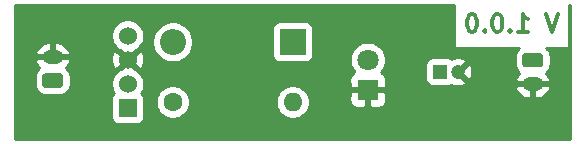
<source format=gbl>
G04 #@! TF.GenerationSoftware,KiCad,Pcbnew,(5.1.5)-3*
G04 #@! TF.CreationDate,2020-05-09T19:05:57+01:00*
G04 #@! TF.ProjectId,gardenlight,67617264-656e-46c6-9967-68742e6b6963,1.0.0*
G04 #@! TF.SameCoordinates,Original*
G04 #@! TF.FileFunction,Copper,L2,Bot*
G04 #@! TF.FilePolarity,Positive*
%FSLAX46Y46*%
G04 Gerber Fmt 4.6, Leading zero omitted, Abs format (unit mm)*
G04 Created by KiCad (PCBNEW (5.1.5)-3) date 2020-05-09 19:05:57*
%MOMM*%
%LPD*%
G04 APERTURE LIST*
%ADD10C,0.300000*%
%ADD11O,1.750000X1.200000*%
%ADD12C,0.100000*%
%ADD13R,1.200000X1.200000*%
%ADD14C,1.200000*%
%ADD15R,2.200000X2.200000*%
%ADD16O,2.200000X2.200000*%
%ADD17R,1.800000X1.800000*%
%ADD18C,1.800000*%
%ADD19C,1.600000*%
%ADD20O,1.600000X1.600000*%
%ADD21R,1.524000X1.524000*%
%ADD22C,1.524000*%
%ADD23C,0.254000*%
G04 APERTURE END LIST*
D10*
X143120571Y-81474571D02*
X142620571Y-82974571D01*
X142120571Y-81474571D01*
X139692000Y-82974571D02*
X140549142Y-82974571D01*
X140120571Y-82974571D02*
X140120571Y-81474571D01*
X140263428Y-81688857D01*
X140406285Y-81831714D01*
X140549142Y-81903142D01*
X139049142Y-82831714D02*
X138977714Y-82903142D01*
X139049142Y-82974571D01*
X139120571Y-82903142D01*
X139049142Y-82831714D01*
X139049142Y-82974571D01*
X138049142Y-81474571D02*
X137906285Y-81474571D01*
X137763428Y-81546000D01*
X137692000Y-81617428D01*
X137620571Y-81760285D01*
X137549142Y-82046000D01*
X137549142Y-82403142D01*
X137620571Y-82688857D01*
X137692000Y-82831714D01*
X137763428Y-82903142D01*
X137906285Y-82974571D01*
X138049142Y-82974571D01*
X138192000Y-82903142D01*
X138263428Y-82831714D01*
X138334857Y-82688857D01*
X138406285Y-82403142D01*
X138406285Y-82046000D01*
X138334857Y-81760285D01*
X138263428Y-81617428D01*
X138192000Y-81546000D01*
X138049142Y-81474571D01*
X136906285Y-82831714D02*
X136834857Y-82903142D01*
X136906285Y-82974571D01*
X136977714Y-82903142D01*
X136906285Y-82831714D01*
X136906285Y-82974571D01*
X135906285Y-81474571D02*
X135763428Y-81474571D01*
X135620571Y-81546000D01*
X135549142Y-81617428D01*
X135477714Y-81760285D01*
X135406285Y-82046000D01*
X135406285Y-82403142D01*
X135477714Y-82688857D01*
X135549142Y-82831714D01*
X135620571Y-82903142D01*
X135763428Y-82974571D01*
X135906285Y-82974571D01*
X136049142Y-82903142D01*
X136120571Y-82831714D01*
X136192000Y-82688857D01*
X136263428Y-82403142D01*
X136263428Y-82046000D01*
X136192000Y-81760285D01*
X136120571Y-81617428D01*
X136049142Y-81546000D01*
X135906285Y-81474571D01*
D11*
X140970000Y-87376000D03*
G04 #@! TA.AperFunction,ComponentPad*
D12*
G36*
X141619505Y-84777204D02*
G01*
X141643773Y-84780804D01*
X141667572Y-84786765D01*
X141690671Y-84795030D01*
X141712850Y-84805520D01*
X141733893Y-84818132D01*
X141753599Y-84832747D01*
X141771777Y-84849223D01*
X141788253Y-84867401D01*
X141802868Y-84887107D01*
X141815480Y-84908150D01*
X141825970Y-84930329D01*
X141834235Y-84953428D01*
X141840196Y-84977227D01*
X141843796Y-85001495D01*
X141845000Y-85025999D01*
X141845000Y-85726001D01*
X141843796Y-85750505D01*
X141840196Y-85774773D01*
X141834235Y-85798572D01*
X141825970Y-85821671D01*
X141815480Y-85843850D01*
X141802868Y-85864893D01*
X141788253Y-85884599D01*
X141771777Y-85902777D01*
X141753599Y-85919253D01*
X141733893Y-85933868D01*
X141712850Y-85946480D01*
X141690671Y-85956970D01*
X141667572Y-85965235D01*
X141643773Y-85971196D01*
X141619505Y-85974796D01*
X141595001Y-85976000D01*
X140344999Y-85976000D01*
X140320495Y-85974796D01*
X140296227Y-85971196D01*
X140272428Y-85965235D01*
X140249329Y-85956970D01*
X140227150Y-85946480D01*
X140206107Y-85933868D01*
X140186401Y-85919253D01*
X140168223Y-85902777D01*
X140151747Y-85884599D01*
X140137132Y-85864893D01*
X140124520Y-85843850D01*
X140114030Y-85821671D01*
X140105765Y-85798572D01*
X140099804Y-85774773D01*
X140096204Y-85750505D01*
X140095000Y-85726001D01*
X140095000Y-85025999D01*
X140096204Y-85001495D01*
X140099804Y-84977227D01*
X140105765Y-84953428D01*
X140114030Y-84930329D01*
X140124520Y-84908150D01*
X140137132Y-84887107D01*
X140151747Y-84867401D01*
X140168223Y-84849223D01*
X140186401Y-84832747D01*
X140206107Y-84818132D01*
X140227150Y-84805520D01*
X140249329Y-84795030D01*
X140272428Y-84786765D01*
X140296227Y-84780804D01*
X140320495Y-84777204D01*
X140344999Y-84776000D01*
X141595001Y-84776000D01*
X141619505Y-84777204D01*
G37*
G04 #@! TD.AperFunction*
D13*
X133120000Y-86360000D03*
D14*
X134620000Y-86360000D03*
D15*
X120650000Y-83820000D03*
D16*
X110490000Y-83820000D03*
D17*
X127000000Y-87884000D03*
D18*
X127000000Y-85344000D03*
D19*
X110490000Y-88900000D03*
D20*
X120650000Y-88900000D03*
G04 #@! TA.AperFunction,ComponentPad*
D12*
G36*
X100979505Y-86491204D02*
G01*
X101003773Y-86494804D01*
X101027572Y-86500765D01*
X101050671Y-86509030D01*
X101072850Y-86519520D01*
X101093893Y-86532132D01*
X101113599Y-86546747D01*
X101131777Y-86563223D01*
X101148253Y-86581401D01*
X101162868Y-86601107D01*
X101175480Y-86622150D01*
X101185970Y-86644329D01*
X101194235Y-86667428D01*
X101200196Y-86691227D01*
X101203796Y-86715495D01*
X101205000Y-86739999D01*
X101205000Y-87440001D01*
X101203796Y-87464505D01*
X101200196Y-87488773D01*
X101194235Y-87512572D01*
X101185970Y-87535671D01*
X101175480Y-87557850D01*
X101162868Y-87578893D01*
X101148253Y-87598599D01*
X101131777Y-87616777D01*
X101113599Y-87633253D01*
X101093893Y-87647868D01*
X101072850Y-87660480D01*
X101050671Y-87670970D01*
X101027572Y-87679235D01*
X101003773Y-87685196D01*
X100979505Y-87688796D01*
X100955001Y-87690000D01*
X99704999Y-87690000D01*
X99680495Y-87688796D01*
X99656227Y-87685196D01*
X99632428Y-87679235D01*
X99609329Y-87670970D01*
X99587150Y-87660480D01*
X99566107Y-87647868D01*
X99546401Y-87633253D01*
X99528223Y-87616777D01*
X99511747Y-87598599D01*
X99497132Y-87578893D01*
X99484520Y-87557850D01*
X99474030Y-87535671D01*
X99465765Y-87512572D01*
X99459804Y-87488773D01*
X99456204Y-87464505D01*
X99455000Y-87440001D01*
X99455000Y-86739999D01*
X99456204Y-86715495D01*
X99459804Y-86691227D01*
X99465765Y-86667428D01*
X99474030Y-86644329D01*
X99484520Y-86622150D01*
X99497132Y-86601107D01*
X99511747Y-86581401D01*
X99528223Y-86563223D01*
X99546401Y-86546747D01*
X99566107Y-86532132D01*
X99587150Y-86519520D01*
X99609329Y-86509030D01*
X99632428Y-86500765D01*
X99656227Y-86494804D01*
X99680495Y-86491204D01*
X99704999Y-86490000D01*
X100955001Y-86490000D01*
X100979505Y-86491204D01*
G37*
G04 #@! TD.AperFunction*
D11*
X100330000Y-85090000D03*
D21*
X106680000Y-89408000D03*
D22*
X106680000Y-87376000D03*
X106680000Y-85344000D03*
X106680000Y-83312000D03*
D23*
G36*
X134335572Y-84326000D02*
G01*
X139804816Y-84326000D01*
X139717038Y-84398038D01*
X139606595Y-84532613D01*
X139524528Y-84686149D01*
X139473992Y-84852745D01*
X139456928Y-85025999D01*
X139456928Y-85726001D01*
X139473992Y-85899255D01*
X139524528Y-86065851D01*
X139606595Y-86219387D01*
X139717038Y-86353962D01*
X139851613Y-86464405D01*
X139856406Y-86466967D01*
X139731922Y-86592526D01*
X139597579Y-86795467D01*
X139505409Y-87020718D01*
X139501538Y-87058391D01*
X139626269Y-87249000D01*
X140843000Y-87249000D01*
X140843000Y-87229000D01*
X141097000Y-87229000D01*
X141097000Y-87249000D01*
X142313731Y-87249000D01*
X142438462Y-87058391D01*
X142434591Y-87020718D01*
X142342421Y-86795467D01*
X142208078Y-86592526D01*
X142083594Y-86466967D01*
X142088387Y-86464405D01*
X142222962Y-86353962D01*
X142333405Y-86219387D01*
X142415472Y-86065851D01*
X142466008Y-85899255D01*
X142483072Y-85726001D01*
X142483072Y-85025999D01*
X142466008Y-84852745D01*
X142415472Y-84686149D01*
X142333405Y-84532613D01*
X142222962Y-84398038D01*
X142135184Y-84326000D01*
X144048429Y-84326000D01*
X144048429Y-80670000D01*
X144120000Y-80670000D01*
X144120001Y-92050000D01*
X97180000Y-92050000D01*
X97180000Y-88646000D01*
X105279928Y-88646000D01*
X105279928Y-90170000D01*
X105292188Y-90294482D01*
X105328498Y-90414180D01*
X105387463Y-90524494D01*
X105466815Y-90621185D01*
X105563506Y-90700537D01*
X105673820Y-90759502D01*
X105793518Y-90795812D01*
X105918000Y-90808072D01*
X107442000Y-90808072D01*
X107566482Y-90795812D01*
X107686180Y-90759502D01*
X107796494Y-90700537D01*
X107893185Y-90621185D01*
X107972537Y-90524494D01*
X108031502Y-90414180D01*
X108067812Y-90294482D01*
X108080072Y-90170000D01*
X108080072Y-88758665D01*
X109055000Y-88758665D01*
X109055000Y-89041335D01*
X109110147Y-89318574D01*
X109218320Y-89579727D01*
X109375363Y-89814759D01*
X109575241Y-90014637D01*
X109810273Y-90171680D01*
X110071426Y-90279853D01*
X110348665Y-90335000D01*
X110631335Y-90335000D01*
X110908574Y-90279853D01*
X111169727Y-90171680D01*
X111404759Y-90014637D01*
X111604637Y-89814759D01*
X111761680Y-89579727D01*
X111869853Y-89318574D01*
X111925000Y-89041335D01*
X111925000Y-88758665D01*
X119215000Y-88758665D01*
X119215000Y-89041335D01*
X119270147Y-89318574D01*
X119378320Y-89579727D01*
X119535363Y-89814759D01*
X119735241Y-90014637D01*
X119970273Y-90171680D01*
X120231426Y-90279853D01*
X120508665Y-90335000D01*
X120791335Y-90335000D01*
X121068574Y-90279853D01*
X121329727Y-90171680D01*
X121564759Y-90014637D01*
X121764637Y-89814759D01*
X121921680Y-89579727D01*
X122029853Y-89318574D01*
X122085000Y-89041335D01*
X122085000Y-88784000D01*
X125461928Y-88784000D01*
X125474188Y-88908482D01*
X125510498Y-89028180D01*
X125569463Y-89138494D01*
X125648815Y-89235185D01*
X125745506Y-89314537D01*
X125855820Y-89373502D01*
X125975518Y-89409812D01*
X126100000Y-89422072D01*
X126714250Y-89419000D01*
X126873000Y-89260250D01*
X126873000Y-88011000D01*
X127127000Y-88011000D01*
X127127000Y-89260250D01*
X127285750Y-89419000D01*
X127900000Y-89422072D01*
X128024482Y-89409812D01*
X128144180Y-89373502D01*
X128254494Y-89314537D01*
X128351185Y-89235185D01*
X128430537Y-89138494D01*
X128489502Y-89028180D01*
X128525812Y-88908482D01*
X128538072Y-88784000D01*
X128535000Y-88169750D01*
X128376250Y-88011000D01*
X127127000Y-88011000D01*
X126873000Y-88011000D01*
X125623750Y-88011000D01*
X125465000Y-88169750D01*
X125461928Y-88784000D01*
X122085000Y-88784000D01*
X122085000Y-88758665D01*
X122029853Y-88481426D01*
X121921680Y-88220273D01*
X121764637Y-87985241D01*
X121564759Y-87785363D01*
X121329727Y-87628320D01*
X121068574Y-87520147D01*
X120791335Y-87465000D01*
X120508665Y-87465000D01*
X120231426Y-87520147D01*
X119970273Y-87628320D01*
X119735241Y-87785363D01*
X119535363Y-87985241D01*
X119378320Y-88220273D01*
X119270147Y-88481426D01*
X119215000Y-88758665D01*
X111925000Y-88758665D01*
X111869853Y-88481426D01*
X111761680Y-88220273D01*
X111604637Y-87985241D01*
X111404759Y-87785363D01*
X111169727Y-87628320D01*
X110908574Y-87520147D01*
X110631335Y-87465000D01*
X110348665Y-87465000D01*
X110071426Y-87520147D01*
X109810273Y-87628320D01*
X109575241Y-87785363D01*
X109375363Y-87985241D01*
X109218320Y-88220273D01*
X109110147Y-88481426D01*
X109055000Y-88758665D01*
X108080072Y-88758665D01*
X108080072Y-88646000D01*
X108067812Y-88521518D01*
X108031502Y-88401820D01*
X107972537Y-88291506D01*
X107893185Y-88194815D01*
X107841425Y-88152337D01*
X107918005Y-88037727D01*
X108023314Y-87783490D01*
X108077000Y-87513592D01*
X108077000Y-87238408D01*
X108026396Y-86984000D01*
X125461928Y-86984000D01*
X125465000Y-87598250D01*
X125623750Y-87757000D01*
X126873000Y-87757000D01*
X126873000Y-87737000D01*
X127127000Y-87737000D01*
X127127000Y-87757000D01*
X128376250Y-87757000D01*
X128439641Y-87693609D01*
X139501538Y-87693609D01*
X139505409Y-87731282D01*
X139597579Y-87956533D01*
X139731922Y-88159474D01*
X139903275Y-88332307D01*
X140105054Y-88468390D01*
X140329504Y-88562493D01*
X140568000Y-88611000D01*
X140843000Y-88611000D01*
X140843000Y-87503000D01*
X141097000Y-87503000D01*
X141097000Y-88611000D01*
X141372000Y-88611000D01*
X141610496Y-88562493D01*
X141834946Y-88468390D01*
X142036725Y-88332307D01*
X142208078Y-88159474D01*
X142342421Y-87956533D01*
X142434591Y-87731282D01*
X142438462Y-87693609D01*
X142313731Y-87503000D01*
X141097000Y-87503000D01*
X140843000Y-87503000D01*
X139626269Y-87503000D01*
X139501538Y-87693609D01*
X128439641Y-87693609D01*
X128535000Y-87598250D01*
X128538072Y-86984000D01*
X128525812Y-86859518D01*
X128489502Y-86739820D01*
X128430537Y-86629506D01*
X128351185Y-86532815D01*
X128254494Y-86453463D01*
X128144180Y-86394498D01*
X128125873Y-86388944D01*
X128192312Y-86322505D01*
X128360299Y-86071095D01*
X128476011Y-85791743D01*
X128482325Y-85760000D01*
X131881928Y-85760000D01*
X131881928Y-86960000D01*
X131894188Y-87084482D01*
X131930498Y-87204180D01*
X131989463Y-87314494D01*
X132068815Y-87411185D01*
X132165506Y-87490537D01*
X132275820Y-87549502D01*
X132395518Y-87585812D01*
X132520000Y-87598072D01*
X133720000Y-87598072D01*
X133844482Y-87585812D01*
X133964180Y-87549502D01*
X134074494Y-87490537D01*
X134091681Y-87476432D01*
X134218516Y-87534237D01*
X134455313Y-87590000D01*
X134698438Y-87598495D01*
X134938549Y-87559395D01*
X135166418Y-87474202D01*
X135242852Y-87433348D01*
X135290159Y-87209764D01*
X134620000Y-86539605D01*
X134605858Y-86553748D01*
X134426253Y-86374143D01*
X134440395Y-86360000D01*
X134799605Y-86360000D01*
X135469764Y-87030159D01*
X135693348Y-86982852D01*
X135794237Y-86761484D01*
X135850000Y-86524687D01*
X135858495Y-86281562D01*
X135819395Y-86041451D01*
X135734202Y-85813582D01*
X135693348Y-85737148D01*
X135469764Y-85689841D01*
X134799605Y-86360000D01*
X134440395Y-86360000D01*
X134426253Y-86345858D01*
X134605858Y-86166253D01*
X134620000Y-86180395D01*
X135290159Y-85510236D01*
X135242852Y-85286652D01*
X135021484Y-85185763D01*
X134784687Y-85130000D01*
X134541562Y-85121505D01*
X134301451Y-85160605D01*
X134087883Y-85240451D01*
X134074494Y-85229463D01*
X133964180Y-85170498D01*
X133844482Y-85134188D01*
X133720000Y-85121928D01*
X132520000Y-85121928D01*
X132395518Y-85134188D01*
X132275820Y-85170498D01*
X132165506Y-85229463D01*
X132068815Y-85308815D01*
X131989463Y-85405506D01*
X131930498Y-85515820D01*
X131894188Y-85635518D01*
X131881928Y-85760000D01*
X128482325Y-85760000D01*
X128535000Y-85495184D01*
X128535000Y-85192816D01*
X128476011Y-84896257D01*
X128360299Y-84616905D01*
X128192312Y-84365495D01*
X127978505Y-84151688D01*
X127727095Y-83983701D01*
X127447743Y-83867989D01*
X127151184Y-83809000D01*
X126848816Y-83809000D01*
X126552257Y-83867989D01*
X126272905Y-83983701D01*
X126021495Y-84151688D01*
X125807688Y-84365495D01*
X125639701Y-84616905D01*
X125523989Y-84896257D01*
X125465000Y-85192816D01*
X125465000Y-85495184D01*
X125523989Y-85791743D01*
X125639701Y-86071095D01*
X125807688Y-86322505D01*
X125874127Y-86388944D01*
X125855820Y-86394498D01*
X125745506Y-86453463D01*
X125648815Y-86532815D01*
X125569463Y-86629506D01*
X125510498Y-86739820D01*
X125474188Y-86859518D01*
X125461928Y-86984000D01*
X108026396Y-86984000D01*
X108023314Y-86968510D01*
X107918005Y-86714273D01*
X107765120Y-86485465D01*
X107570535Y-86290880D01*
X107341727Y-86137995D01*
X107260917Y-86104522D01*
X106680000Y-85523605D01*
X106099083Y-86104522D01*
X106018273Y-86137995D01*
X105789465Y-86290880D01*
X105594880Y-86485465D01*
X105441995Y-86714273D01*
X105336686Y-86968510D01*
X105283000Y-87238408D01*
X105283000Y-87513592D01*
X105336686Y-87783490D01*
X105441995Y-88037727D01*
X105518575Y-88152337D01*
X105466815Y-88194815D01*
X105387463Y-88291506D01*
X105328498Y-88401820D01*
X105292188Y-88521518D01*
X105279928Y-88646000D01*
X97180000Y-88646000D01*
X97180000Y-86739999D01*
X98816928Y-86739999D01*
X98816928Y-87440001D01*
X98833992Y-87613255D01*
X98884528Y-87779851D01*
X98966595Y-87933387D01*
X99077038Y-88067962D01*
X99211613Y-88178405D01*
X99365149Y-88260472D01*
X99531745Y-88311008D01*
X99704999Y-88328072D01*
X100955001Y-88328072D01*
X101128255Y-88311008D01*
X101294851Y-88260472D01*
X101448387Y-88178405D01*
X101582962Y-88067962D01*
X101693405Y-87933387D01*
X101775472Y-87779851D01*
X101826008Y-87613255D01*
X101843072Y-87440001D01*
X101843072Y-86739999D01*
X101826008Y-86566745D01*
X101775472Y-86400149D01*
X101693405Y-86246613D01*
X101582962Y-86112038D01*
X101448387Y-86001595D01*
X101443594Y-85999033D01*
X101568078Y-85873474D01*
X101702421Y-85670533D01*
X101794591Y-85445282D01*
X101797598Y-85416017D01*
X105278090Y-85416017D01*
X105319078Y-85688133D01*
X105412364Y-85947023D01*
X105474344Y-86062980D01*
X105714435Y-86129960D01*
X106500395Y-85344000D01*
X106859605Y-85344000D01*
X107645565Y-86129960D01*
X107885656Y-86062980D01*
X108002756Y-85813952D01*
X108069023Y-85546865D01*
X108081910Y-85271983D01*
X108040922Y-84999867D01*
X107947636Y-84740977D01*
X107885656Y-84625020D01*
X107645565Y-84558040D01*
X106859605Y-85344000D01*
X106500395Y-85344000D01*
X105714435Y-84558040D01*
X105474344Y-84625020D01*
X105357244Y-84874048D01*
X105290977Y-85141135D01*
X105278090Y-85416017D01*
X101797598Y-85416017D01*
X101798462Y-85407609D01*
X101673731Y-85217000D01*
X100457000Y-85217000D01*
X100457000Y-85237000D01*
X100203000Y-85237000D01*
X100203000Y-85217000D01*
X98986269Y-85217000D01*
X98861538Y-85407609D01*
X98865409Y-85445282D01*
X98957579Y-85670533D01*
X99091922Y-85873474D01*
X99216406Y-85999033D01*
X99211613Y-86001595D01*
X99077038Y-86112038D01*
X98966595Y-86246613D01*
X98884528Y-86400149D01*
X98833992Y-86566745D01*
X98816928Y-86739999D01*
X97180000Y-86739999D01*
X97180000Y-84772391D01*
X98861538Y-84772391D01*
X98986269Y-84963000D01*
X100203000Y-84963000D01*
X100203000Y-83855000D01*
X100457000Y-83855000D01*
X100457000Y-84963000D01*
X101673731Y-84963000D01*
X101798462Y-84772391D01*
X101794591Y-84734718D01*
X101702421Y-84509467D01*
X101568078Y-84306526D01*
X101396725Y-84133693D01*
X101194946Y-83997610D01*
X100970496Y-83903507D01*
X100732000Y-83855000D01*
X100457000Y-83855000D01*
X100203000Y-83855000D01*
X99928000Y-83855000D01*
X99689504Y-83903507D01*
X99465054Y-83997610D01*
X99263275Y-84133693D01*
X99091922Y-84306526D01*
X98957579Y-84509467D01*
X98865409Y-84734718D01*
X98861538Y-84772391D01*
X97180000Y-84772391D01*
X97180000Y-83174408D01*
X105283000Y-83174408D01*
X105283000Y-83449592D01*
X105336686Y-83719490D01*
X105441995Y-83973727D01*
X105594880Y-84202535D01*
X105789465Y-84397120D01*
X106018273Y-84550005D01*
X106099083Y-84583478D01*
X106680000Y-85164395D01*
X107260917Y-84583478D01*
X107341727Y-84550005D01*
X107570535Y-84397120D01*
X107765120Y-84202535D01*
X107918005Y-83973727D01*
X108023314Y-83719490D01*
X108037312Y-83649117D01*
X108755000Y-83649117D01*
X108755000Y-83990883D01*
X108821675Y-84326081D01*
X108952463Y-84641831D01*
X109142337Y-84925998D01*
X109384002Y-85167663D01*
X109668169Y-85357537D01*
X109983919Y-85488325D01*
X110319117Y-85555000D01*
X110660883Y-85555000D01*
X110996081Y-85488325D01*
X111311831Y-85357537D01*
X111595998Y-85167663D01*
X111837663Y-84925998D01*
X112027537Y-84641831D01*
X112158325Y-84326081D01*
X112225000Y-83990883D01*
X112225000Y-83649117D01*
X112158325Y-83313919D01*
X112027537Y-82998169D01*
X111841671Y-82720000D01*
X118911928Y-82720000D01*
X118911928Y-84920000D01*
X118924188Y-85044482D01*
X118960498Y-85164180D01*
X119019463Y-85274494D01*
X119098815Y-85371185D01*
X119195506Y-85450537D01*
X119305820Y-85509502D01*
X119425518Y-85545812D01*
X119550000Y-85558072D01*
X121750000Y-85558072D01*
X121874482Y-85545812D01*
X121994180Y-85509502D01*
X122104494Y-85450537D01*
X122201185Y-85371185D01*
X122280537Y-85274494D01*
X122339502Y-85164180D01*
X122375812Y-85044482D01*
X122388072Y-84920000D01*
X122388072Y-82720000D01*
X122375812Y-82595518D01*
X122339502Y-82475820D01*
X122280537Y-82365506D01*
X122201185Y-82268815D01*
X122104494Y-82189463D01*
X121994180Y-82130498D01*
X121874482Y-82094188D01*
X121750000Y-82081928D01*
X119550000Y-82081928D01*
X119425518Y-82094188D01*
X119305820Y-82130498D01*
X119195506Y-82189463D01*
X119098815Y-82268815D01*
X119019463Y-82365506D01*
X118960498Y-82475820D01*
X118924188Y-82595518D01*
X118911928Y-82720000D01*
X111841671Y-82720000D01*
X111837663Y-82714002D01*
X111595998Y-82472337D01*
X111311831Y-82282463D01*
X110996081Y-82151675D01*
X110660883Y-82085000D01*
X110319117Y-82085000D01*
X109983919Y-82151675D01*
X109668169Y-82282463D01*
X109384002Y-82472337D01*
X109142337Y-82714002D01*
X108952463Y-82998169D01*
X108821675Y-83313919D01*
X108755000Y-83649117D01*
X108037312Y-83649117D01*
X108077000Y-83449592D01*
X108077000Y-83174408D01*
X108023314Y-82904510D01*
X107918005Y-82650273D01*
X107765120Y-82421465D01*
X107570535Y-82226880D01*
X107341727Y-82073995D01*
X107087490Y-81968686D01*
X106817592Y-81915000D01*
X106542408Y-81915000D01*
X106272510Y-81968686D01*
X106018273Y-82073995D01*
X105789465Y-82226880D01*
X105594880Y-82421465D01*
X105441995Y-82650273D01*
X105336686Y-82904510D01*
X105283000Y-83174408D01*
X97180000Y-83174408D01*
X97180000Y-80670000D01*
X134335572Y-80670000D01*
X134335572Y-84326000D01*
G37*
X134335572Y-84326000D02*
X139804816Y-84326000D01*
X139717038Y-84398038D01*
X139606595Y-84532613D01*
X139524528Y-84686149D01*
X139473992Y-84852745D01*
X139456928Y-85025999D01*
X139456928Y-85726001D01*
X139473992Y-85899255D01*
X139524528Y-86065851D01*
X139606595Y-86219387D01*
X139717038Y-86353962D01*
X139851613Y-86464405D01*
X139856406Y-86466967D01*
X139731922Y-86592526D01*
X139597579Y-86795467D01*
X139505409Y-87020718D01*
X139501538Y-87058391D01*
X139626269Y-87249000D01*
X140843000Y-87249000D01*
X140843000Y-87229000D01*
X141097000Y-87229000D01*
X141097000Y-87249000D01*
X142313731Y-87249000D01*
X142438462Y-87058391D01*
X142434591Y-87020718D01*
X142342421Y-86795467D01*
X142208078Y-86592526D01*
X142083594Y-86466967D01*
X142088387Y-86464405D01*
X142222962Y-86353962D01*
X142333405Y-86219387D01*
X142415472Y-86065851D01*
X142466008Y-85899255D01*
X142483072Y-85726001D01*
X142483072Y-85025999D01*
X142466008Y-84852745D01*
X142415472Y-84686149D01*
X142333405Y-84532613D01*
X142222962Y-84398038D01*
X142135184Y-84326000D01*
X144048429Y-84326000D01*
X144048429Y-80670000D01*
X144120000Y-80670000D01*
X144120001Y-92050000D01*
X97180000Y-92050000D01*
X97180000Y-88646000D01*
X105279928Y-88646000D01*
X105279928Y-90170000D01*
X105292188Y-90294482D01*
X105328498Y-90414180D01*
X105387463Y-90524494D01*
X105466815Y-90621185D01*
X105563506Y-90700537D01*
X105673820Y-90759502D01*
X105793518Y-90795812D01*
X105918000Y-90808072D01*
X107442000Y-90808072D01*
X107566482Y-90795812D01*
X107686180Y-90759502D01*
X107796494Y-90700537D01*
X107893185Y-90621185D01*
X107972537Y-90524494D01*
X108031502Y-90414180D01*
X108067812Y-90294482D01*
X108080072Y-90170000D01*
X108080072Y-88758665D01*
X109055000Y-88758665D01*
X109055000Y-89041335D01*
X109110147Y-89318574D01*
X109218320Y-89579727D01*
X109375363Y-89814759D01*
X109575241Y-90014637D01*
X109810273Y-90171680D01*
X110071426Y-90279853D01*
X110348665Y-90335000D01*
X110631335Y-90335000D01*
X110908574Y-90279853D01*
X111169727Y-90171680D01*
X111404759Y-90014637D01*
X111604637Y-89814759D01*
X111761680Y-89579727D01*
X111869853Y-89318574D01*
X111925000Y-89041335D01*
X111925000Y-88758665D01*
X119215000Y-88758665D01*
X119215000Y-89041335D01*
X119270147Y-89318574D01*
X119378320Y-89579727D01*
X119535363Y-89814759D01*
X119735241Y-90014637D01*
X119970273Y-90171680D01*
X120231426Y-90279853D01*
X120508665Y-90335000D01*
X120791335Y-90335000D01*
X121068574Y-90279853D01*
X121329727Y-90171680D01*
X121564759Y-90014637D01*
X121764637Y-89814759D01*
X121921680Y-89579727D01*
X122029853Y-89318574D01*
X122085000Y-89041335D01*
X122085000Y-88784000D01*
X125461928Y-88784000D01*
X125474188Y-88908482D01*
X125510498Y-89028180D01*
X125569463Y-89138494D01*
X125648815Y-89235185D01*
X125745506Y-89314537D01*
X125855820Y-89373502D01*
X125975518Y-89409812D01*
X126100000Y-89422072D01*
X126714250Y-89419000D01*
X126873000Y-89260250D01*
X126873000Y-88011000D01*
X127127000Y-88011000D01*
X127127000Y-89260250D01*
X127285750Y-89419000D01*
X127900000Y-89422072D01*
X128024482Y-89409812D01*
X128144180Y-89373502D01*
X128254494Y-89314537D01*
X128351185Y-89235185D01*
X128430537Y-89138494D01*
X128489502Y-89028180D01*
X128525812Y-88908482D01*
X128538072Y-88784000D01*
X128535000Y-88169750D01*
X128376250Y-88011000D01*
X127127000Y-88011000D01*
X126873000Y-88011000D01*
X125623750Y-88011000D01*
X125465000Y-88169750D01*
X125461928Y-88784000D01*
X122085000Y-88784000D01*
X122085000Y-88758665D01*
X122029853Y-88481426D01*
X121921680Y-88220273D01*
X121764637Y-87985241D01*
X121564759Y-87785363D01*
X121329727Y-87628320D01*
X121068574Y-87520147D01*
X120791335Y-87465000D01*
X120508665Y-87465000D01*
X120231426Y-87520147D01*
X119970273Y-87628320D01*
X119735241Y-87785363D01*
X119535363Y-87985241D01*
X119378320Y-88220273D01*
X119270147Y-88481426D01*
X119215000Y-88758665D01*
X111925000Y-88758665D01*
X111869853Y-88481426D01*
X111761680Y-88220273D01*
X111604637Y-87985241D01*
X111404759Y-87785363D01*
X111169727Y-87628320D01*
X110908574Y-87520147D01*
X110631335Y-87465000D01*
X110348665Y-87465000D01*
X110071426Y-87520147D01*
X109810273Y-87628320D01*
X109575241Y-87785363D01*
X109375363Y-87985241D01*
X109218320Y-88220273D01*
X109110147Y-88481426D01*
X109055000Y-88758665D01*
X108080072Y-88758665D01*
X108080072Y-88646000D01*
X108067812Y-88521518D01*
X108031502Y-88401820D01*
X107972537Y-88291506D01*
X107893185Y-88194815D01*
X107841425Y-88152337D01*
X107918005Y-88037727D01*
X108023314Y-87783490D01*
X108077000Y-87513592D01*
X108077000Y-87238408D01*
X108026396Y-86984000D01*
X125461928Y-86984000D01*
X125465000Y-87598250D01*
X125623750Y-87757000D01*
X126873000Y-87757000D01*
X126873000Y-87737000D01*
X127127000Y-87737000D01*
X127127000Y-87757000D01*
X128376250Y-87757000D01*
X128439641Y-87693609D01*
X139501538Y-87693609D01*
X139505409Y-87731282D01*
X139597579Y-87956533D01*
X139731922Y-88159474D01*
X139903275Y-88332307D01*
X140105054Y-88468390D01*
X140329504Y-88562493D01*
X140568000Y-88611000D01*
X140843000Y-88611000D01*
X140843000Y-87503000D01*
X141097000Y-87503000D01*
X141097000Y-88611000D01*
X141372000Y-88611000D01*
X141610496Y-88562493D01*
X141834946Y-88468390D01*
X142036725Y-88332307D01*
X142208078Y-88159474D01*
X142342421Y-87956533D01*
X142434591Y-87731282D01*
X142438462Y-87693609D01*
X142313731Y-87503000D01*
X141097000Y-87503000D01*
X140843000Y-87503000D01*
X139626269Y-87503000D01*
X139501538Y-87693609D01*
X128439641Y-87693609D01*
X128535000Y-87598250D01*
X128538072Y-86984000D01*
X128525812Y-86859518D01*
X128489502Y-86739820D01*
X128430537Y-86629506D01*
X128351185Y-86532815D01*
X128254494Y-86453463D01*
X128144180Y-86394498D01*
X128125873Y-86388944D01*
X128192312Y-86322505D01*
X128360299Y-86071095D01*
X128476011Y-85791743D01*
X128482325Y-85760000D01*
X131881928Y-85760000D01*
X131881928Y-86960000D01*
X131894188Y-87084482D01*
X131930498Y-87204180D01*
X131989463Y-87314494D01*
X132068815Y-87411185D01*
X132165506Y-87490537D01*
X132275820Y-87549502D01*
X132395518Y-87585812D01*
X132520000Y-87598072D01*
X133720000Y-87598072D01*
X133844482Y-87585812D01*
X133964180Y-87549502D01*
X134074494Y-87490537D01*
X134091681Y-87476432D01*
X134218516Y-87534237D01*
X134455313Y-87590000D01*
X134698438Y-87598495D01*
X134938549Y-87559395D01*
X135166418Y-87474202D01*
X135242852Y-87433348D01*
X135290159Y-87209764D01*
X134620000Y-86539605D01*
X134605858Y-86553748D01*
X134426253Y-86374143D01*
X134440395Y-86360000D01*
X134799605Y-86360000D01*
X135469764Y-87030159D01*
X135693348Y-86982852D01*
X135794237Y-86761484D01*
X135850000Y-86524687D01*
X135858495Y-86281562D01*
X135819395Y-86041451D01*
X135734202Y-85813582D01*
X135693348Y-85737148D01*
X135469764Y-85689841D01*
X134799605Y-86360000D01*
X134440395Y-86360000D01*
X134426253Y-86345858D01*
X134605858Y-86166253D01*
X134620000Y-86180395D01*
X135290159Y-85510236D01*
X135242852Y-85286652D01*
X135021484Y-85185763D01*
X134784687Y-85130000D01*
X134541562Y-85121505D01*
X134301451Y-85160605D01*
X134087883Y-85240451D01*
X134074494Y-85229463D01*
X133964180Y-85170498D01*
X133844482Y-85134188D01*
X133720000Y-85121928D01*
X132520000Y-85121928D01*
X132395518Y-85134188D01*
X132275820Y-85170498D01*
X132165506Y-85229463D01*
X132068815Y-85308815D01*
X131989463Y-85405506D01*
X131930498Y-85515820D01*
X131894188Y-85635518D01*
X131881928Y-85760000D01*
X128482325Y-85760000D01*
X128535000Y-85495184D01*
X128535000Y-85192816D01*
X128476011Y-84896257D01*
X128360299Y-84616905D01*
X128192312Y-84365495D01*
X127978505Y-84151688D01*
X127727095Y-83983701D01*
X127447743Y-83867989D01*
X127151184Y-83809000D01*
X126848816Y-83809000D01*
X126552257Y-83867989D01*
X126272905Y-83983701D01*
X126021495Y-84151688D01*
X125807688Y-84365495D01*
X125639701Y-84616905D01*
X125523989Y-84896257D01*
X125465000Y-85192816D01*
X125465000Y-85495184D01*
X125523989Y-85791743D01*
X125639701Y-86071095D01*
X125807688Y-86322505D01*
X125874127Y-86388944D01*
X125855820Y-86394498D01*
X125745506Y-86453463D01*
X125648815Y-86532815D01*
X125569463Y-86629506D01*
X125510498Y-86739820D01*
X125474188Y-86859518D01*
X125461928Y-86984000D01*
X108026396Y-86984000D01*
X108023314Y-86968510D01*
X107918005Y-86714273D01*
X107765120Y-86485465D01*
X107570535Y-86290880D01*
X107341727Y-86137995D01*
X107260917Y-86104522D01*
X106680000Y-85523605D01*
X106099083Y-86104522D01*
X106018273Y-86137995D01*
X105789465Y-86290880D01*
X105594880Y-86485465D01*
X105441995Y-86714273D01*
X105336686Y-86968510D01*
X105283000Y-87238408D01*
X105283000Y-87513592D01*
X105336686Y-87783490D01*
X105441995Y-88037727D01*
X105518575Y-88152337D01*
X105466815Y-88194815D01*
X105387463Y-88291506D01*
X105328498Y-88401820D01*
X105292188Y-88521518D01*
X105279928Y-88646000D01*
X97180000Y-88646000D01*
X97180000Y-86739999D01*
X98816928Y-86739999D01*
X98816928Y-87440001D01*
X98833992Y-87613255D01*
X98884528Y-87779851D01*
X98966595Y-87933387D01*
X99077038Y-88067962D01*
X99211613Y-88178405D01*
X99365149Y-88260472D01*
X99531745Y-88311008D01*
X99704999Y-88328072D01*
X100955001Y-88328072D01*
X101128255Y-88311008D01*
X101294851Y-88260472D01*
X101448387Y-88178405D01*
X101582962Y-88067962D01*
X101693405Y-87933387D01*
X101775472Y-87779851D01*
X101826008Y-87613255D01*
X101843072Y-87440001D01*
X101843072Y-86739999D01*
X101826008Y-86566745D01*
X101775472Y-86400149D01*
X101693405Y-86246613D01*
X101582962Y-86112038D01*
X101448387Y-86001595D01*
X101443594Y-85999033D01*
X101568078Y-85873474D01*
X101702421Y-85670533D01*
X101794591Y-85445282D01*
X101797598Y-85416017D01*
X105278090Y-85416017D01*
X105319078Y-85688133D01*
X105412364Y-85947023D01*
X105474344Y-86062980D01*
X105714435Y-86129960D01*
X106500395Y-85344000D01*
X106859605Y-85344000D01*
X107645565Y-86129960D01*
X107885656Y-86062980D01*
X108002756Y-85813952D01*
X108069023Y-85546865D01*
X108081910Y-85271983D01*
X108040922Y-84999867D01*
X107947636Y-84740977D01*
X107885656Y-84625020D01*
X107645565Y-84558040D01*
X106859605Y-85344000D01*
X106500395Y-85344000D01*
X105714435Y-84558040D01*
X105474344Y-84625020D01*
X105357244Y-84874048D01*
X105290977Y-85141135D01*
X105278090Y-85416017D01*
X101797598Y-85416017D01*
X101798462Y-85407609D01*
X101673731Y-85217000D01*
X100457000Y-85217000D01*
X100457000Y-85237000D01*
X100203000Y-85237000D01*
X100203000Y-85217000D01*
X98986269Y-85217000D01*
X98861538Y-85407609D01*
X98865409Y-85445282D01*
X98957579Y-85670533D01*
X99091922Y-85873474D01*
X99216406Y-85999033D01*
X99211613Y-86001595D01*
X99077038Y-86112038D01*
X98966595Y-86246613D01*
X98884528Y-86400149D01*
X98833992Y-86566745D01*
X98816928Y-86739999D01*
X97180000Y-86739999D01*
X97180000Y-84772391D01*
X98861538Y-84772391D01*
X98986269Y-84963000D01*
X100203000Y-84963000D01*
X100203000Y-83855000D01*
X100457000Y-83855000D01*
X100457000Y-84963000D01*
X101673731Y-84963000D01*
X101798462Y-84772391D01*
X101794591Y-84734718D01*
X101702421Y-84509467D01*
X101568078Y-84306526D01*
X101396725Y-84133693D01*
X101194946Y-83997610D01*
X100970496Y-83903507D01*
X100732000Y-83855000D01*
X100457000Y-83855000D01*
X100203000Y-83855000D01*
X99928000Y-83855000D01*
X99689504Y-83903507D01*
X99465054Y-83997610D01*
X99263275Y-84133693D01*
X99091922Y-84306526D01*
X98957579Y-84509467D01*
X98865409Y-84734718D01*
X98861538Y-84772391D01*
X97180000Y-84772391D01*
X97180000Y-83174408D01*
X105283000Y-83174408D01*
X105283000Y-83449592D01*
X105336686Y-83719490D01*
X105441995Y-83973727D01*
X105594880Y-84202535D01*
X105789465Y-84397120D01*
X106018273Y-84550005D01*
X106099083Y-84583478D01*
X106680000Y-85164395D01*
X107260917Y-84583478D01*
X107341727Y-84550005D01*
X107570535Y-84397120D01*
X107765120Y-84202535D01*
X107918005Y-83973727D01*
X108023314Y-83719490D01*
X108037312Y-83649117D01*
X108755000Y-83649117D01*
X108755000Y-83990883D01*
X108821675Y-84326081D01*
X108952463Y-84641831D01*
X109142337Y-84925998D01*
X109384002Y-85167663D01*
X109668169Y-85357537D01*
X109983919Y-85488325D01*
X110319117Y-85555000D01*
X110660883Y-85555000D01*
X110996081Y-85488325D01*
X111311831Y-85357537D01*
X111595998Y-85167663D01*
X111837663Y-84925998D01*
X112027537Y-84641831D01*
X112158325Y-84326081D01*
X112225000Y-83990883D01*
X112225000Y-83649117D01*
X112158325Y-83313919D01*
X112027537Y-82998169D01*
X111841671Y-82720000D01*
X118911928Y-82720000D01*
X118911928Y-84920000D01*
X118924188Y-85044482D01*
X118960498Y-85164180D01*
X119019463Y-85274494D01*
X119098815Y-85371185D01*
X119195506Y-85450537D01*
X119305820Y-85509502D01*
X119425518Y-85545812D01*
X119550000Y-85558072D01*
X121750000Y-85558072D01*
X121874482Y-85545812D01*
X121994180Y-85509502D01*
X122104494Y-85450537D01*
X122201185Y-85371185D01*
X122280537Y-85274494D01*
X122339502Y-85164180D01*
X122375812Y-85044482D01*
X122388072Y-84920000D01*
X122388072Y-82720000D01*
X122375812Y-82595518D01*
X122339502Y-82475820D01*
X122280537Y-82365506D01*
X122201185Y-82268815D01*
X122104494Y-82189463D01*
X121994180Y-82130498D01*
X121874482Y-82094188D01*
X121750000Y-82081928D01*
X119550000Y-82081928D01*
X119425518Y-82094188D01*
X119305820Y-82130498D01*
X119195506Y-82189463D01*
X119098815Y-82268815D01*
X119019463Y-82365506D01*
X118960498Y-82475820D01*
X118924188Y-82595518D01*
X118911928Y-82720000D01*
X111841671Y-82720000D01*
X111837663Y-82714002D01*
X111595998Y-82472337D01*
X111311831Y-82282463D01*
X110996081Y-82151675D01*
X110660883Y-82085000D01*
X110319117Y-82085000D01*
X109983919Y-82151675D01*
X109668169Y-82282463D01*
X109384002Y-82472337D01*
X109142337Y-82714002D01*
X108952463Y-82998169D01*
X108821675Y-83313919D01*
X108755000Y-83649117D01*
X108037312Y-83649117D01*
X108077000Y-83449592D01*
X108077000Y-83174408D01*
X108023314Y-82904510D01*
X107918005Y-82650273D01*
X107765120Y-82421465D01*
X107570535Y-82226880D01*
X107341727Y-82073995D01*
X107087490Y-81968686D01*
X106817592Y-81915000D01*
X106542408Y-81915000D01*
X106272510Y-81968686D01*
X106018273Y-82073995D01*
X105789465Y-82226880D01*
X105594880Y-82421465D01*
X105441995Y-82650273D01*
X105336686Y-82904510D01*
X105283000Y-83174408D01*
X97180000Y-83174408D01*
X97180000Y-80670000D01*
X134335572Y-80670000D01*
X134335572Y-84326000D01*
M02*

</source>
